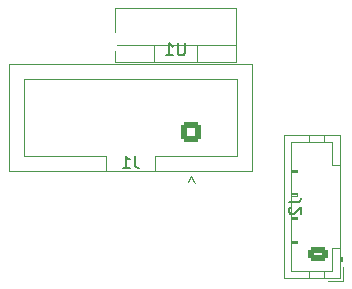
<source format=gbo>
G04 #@! TF.GenerationSoftware,KiCad,Pcbnew,8.0.0*
G04 #@! TF.CreationDate,2025-07-24T19:15:38+01:00*
G04 #@! TF.ProjectId,MidiToCvLogic,4d696469-546f-4437-964c-6f6769632e6b,1.0*
G04 #@! TF.SameCoordinates,Original*
G04 #@! TF.FileFunction,Legend,Bot*
G04 #@! TF.FilePolarity,Positive*
%FSLAX46Y46*%
G04 Gerber Fmt 4.6, Leading zero omitted, Abs format (unit mm)*
G04 Created by KiCad (PCBNEW 8.0.0) date 2025-07-24 19:15:38*
%MOMM*%
%LPD*%
G01*
G04 APERTURE LIST*
G04 Aperture macros list*
%AMRoundRect*
0 Rectangle with rounded corners*
0 $1 Rounding radius*
0 $2 $3 $4 $5 $6 $7 $8 $9 X,Y pos of 4 corners*
0 Add a 4 corners polygon primitive as box body*
4,1,4,$2,$3,$4,$5,$6,$7,$8,$9,$2,$3,0*
0 Add four circle primitives for the rounded corners*
1,1,$1+$1,$2,$3*
1,1,$1+$1,$4,$5*
1,1,$1+$1,$6,$7*
1,1,$1+$1,$8,$9*
0 Add four rect primitives between the rounded corners*
20,1,$1+$1,$2,$3,$4,$5,0*
20,1,$1+$1,$4,$5,$6,$7,0*
20,1,$1+$1,$6,$7,$8,$9,0*
20,1,$1+$1,$8,$9,$2,$3,0*%
G04 Aperture macros list end*
%ADD10C,0.150000*%
%ADD11C,0.120000*%
%ADD12C,1.600000*%
%ADD13O,1.600000X1.600000*%
%ADD14R,1.600000X1.600000*%
%ADD15R,1.700000X1.700000*%
%ADD16O,1.700000X1.700000*%
%ADD17R,1.500000X1.050000*%
%ADD18O,1.500000X1.050000*%
%ADD19C,1.500000*%
%ADD20R,1.905000X2.000000*%
%ADD21O,1.905000X2.000000*%
%ADD22RoundRect,0.250000X0.625000X-0.350000X0.625000X0.350000X-0.625000X0.350000X-0.625000X-0.350000X0*%
%ADD23O,1.750000X1.200000*%
%ADD24RoundRect,0.250000X0.600000X-0.600000X0.600000X0.600000X-0.600000X0.600000X-0.600000X-0.600000X0*%
%ADD25C,1.700000*%
G04 APERTURE END LIST*
D10*
X53466904Y-74384819D02*
X53466904Y-75194342D01*
X53466904Y-75194342D02*
X53419285Y-75289580D01*
X53419285Y-75289580D02*
X53371666Y-75337200D01*
X53371666Y-75337200D02*
X53276428Y-75384819D01*
X53276428Y-75384819D02*
X53085952Y-75384819D01*
X53085952Y-75384819D02*
X52990714Y-75337200D01*
X52990714Y-75337200D02*
X52943095Y-75289580D01*
X52943095Y-75289580D02*
X52895476Y-75194342D01*
X52895476Y-75194342D02*
X52895476Y-74384819D01*
X51895476Y-75384819D02*
X52466904Y-75384819D01*
X52181190Y-75384819D02*
X52181190Y-74384819D01*
X52181190Y-74384819D02*
X52276428Y-74527676D01*
X52276428Y-74527676D02*
X52371666Y-74622914D01*
X52371666Y-74622914D02*
X52466904Y-74670533D01*
X62319819Y-87836666D02*
X63034104Y-87836666D01*
X63034104Y-87836666D02*
X63176961Y-87789047D01*
X63176961Y-87789047D02*
X63272200Y-87693809D01*
X63272200Y-87693809D02*
X63319819Y-87550952D01*
X63319819Y-87550952D02*
X63319819Y-87455714D01*
X62415057Y-88265238D02*
X62367438Y-88312857D01*
X62367438Y-88312857D02*
X62319819Y-88408095D01*
X62319819Y-88408095D02*
X62319819Y-88646190D01*
X62319819Y-88646190D02*
X62367438Y-88741428D01*
X62367438Y-88741428D02*
X62415057Y-88789047D01*
X62415057Y-88789047D02*
X62510295Y-88836666D01*
X62510295Y-88836666D02*
X62605533Y-88836666D01*
X62605533Y-88836666D02*
X62748390Y-88789047D01*
X62748390Y-88789047D02*
X63319819Y-88217619D01*
X63319819Y-88217619D02*
X63319819Y-88836666D01*
X49228333Y-83909819D02*
X49228333Y-84624104D01*
X49228333Y-84624104D02*
X49275952Y-84766961D01*
X49275952Y-84766961D02*
X49371190Y-84862200D01*
X49371190Y-84862200D02*
X49514047Y-84909819D01*
X49514047Y-84909819D02*
X49609285Y-84909819D01*
X48228333Y-84909819D02*
X48799761Y-84909819D01*
X48514047Y-84909819D02*
X48514047Y-83909819D01*
X48514047Y-83909819D02*
X48609285Y-84052676D01*
X48609285Y-84052676D02*
X48704523Y-84147914D01*
X48704523Y-84147914D02*
X48799761Y-84195533D01*
D11*
X47585000Y-71344000D02*
X47585000Y-75985000D01*
X50855000Y-74475000D02*
X50855000Y-75985000D01*
X54556000Y-74475000D02*
X54556000Y-75985000D01*
X57825000Y-71344000D02*
X47585000Y-71344000D01*
X57825000Y-71344000D02*
X57825000Y-75985000D01*
X57825000Y-74475000D02*
X47585000Y-74475000D01*
X57825000Y-75985000D02*
X47585000Y-75985000D01*
X61860000Y-82110000D02*
X61860000Y-94230000D01*
X61860000Y-94230000D02*
X66580000Y-94230000D01*
X62470000Y-82720000D02*
X62470000Y-93620000D01*
X62470000Y-85070000D02*
X62970000Y-85070000D01*
X62470000Y-87070000D02*
X62970000Y-87070000D01*
X62470000Y-89070000D02*
X62970000Y-89070000D01*
X62470000Y-91070000D02*
X62970000Y-91070000D01*
X62470000Y-93620000D02*
X65970000Y-93620000D01*
X62970000Y-85070000D02*
X62970000Y-85270000D01*
X62970000Y-85170000D02*
X62470000Y-85170000D01*
X62970000Y-85270000D02*
X62470000Y-85270000D01*
X62970000Y-87070000D02*
X62970000Y-87270000D01*
X62970000Y-87170000D02*
X62470000Y-87170000D01*
X62970000Y-87270000D02*
X62470000Y-87270000D01*
X62970000Y-89070000D02*
X62970000Y-89270000D01*
X62970000Y-89170000D02*
X62470000Y-89170000D01*
X62970000Y-89270000D02*
X62470000Y-89270000D01*
X62970000Y-91070000D02*
X62970000Y-91270000D01*
X62970000Y-91170000D02*
X62470000Y-91170000D01*
X62970000Y-91270000D02*
X62470000Y-91270000D01*
X63970000Y-82720000D02*
X63970000Y-82110000D01*
X63970000Y-93620000D02*
X63970000Y-94230000D01*
X65270000Y-82720000D02*
X65270000Y-82110000D01*
X65270000Y-93620000D02*
X65270000Y-94230000D01*
X65630000Y-94530000D02*
X66880000Y-94530000D01*
X65970000Y-82720000D02*
X62470000Y-82720000D01*
X65970000Y-84670000D02*
X65970000Y-82720000D01*
X65970000Y-91670000D02*
X66580000Y-91670000D01*
X65970000Y-93620000D02*
X65970000Y-91670000D01*
X66580000Y-82110000D02*
X61860000Y-82110000D01*
X66580000Y-84670000D02*
X65970000Y-84670000D01*
X66580000Y-92770000D02*
X66780000Y-92770000D01*
X66580000Y-94230000D02*
X66580000Y-82110000D01*
X66680000Y-92770000D02*
X66680000Y-92470000D01*
X66780000Y-92470000D02*
X66580000Y-92470000D01*
X66780000Y-92770000D02*
X66780000Y-92470000D01*
X66880000Y-94530000D02*
X66880000Y-93280000D01*
X38605000Y-76085000D02*
X59185000Y-76085000D01*
X38605000Y-85205000D02*
X38605000Y-76085000D01*
X39905000Y-77395000D02*
X57885000Y-77395000D01*
X39905000Y-83895000D02*
X39905000Y-77395000D01*
X46845000Y-83895000D02*
X39905000Y-83895000D01*
X46845000Y-83895000D02*
X46845000Y-83895000D01*
X46845000Y-85205000D02*
X46845000Y-83895000D01*
X50945000Y-83895000D02*
X50945000Y-85205000D01*
X53475000Y-86595000D02*
X54475000Y-86595000D01*
X53975000Y-85595000D02*
X53475000Y-86595000D01*
X54475000Y-86595000D02*
X53975000Y-85595000D01*
X57885000Y-77395000D02*
X57885000Y-83895000D01*
X57885000Y-83895000D02*
X50945000Y-83895000D01*
X59185000Y-76085000D02*
X59185000Y-85205000D01*
X59185000Y-85205000D02*
X38605000Y-85205000D01*
%LPC*%
D12*
X60365000Y-77470000D03*
X65365000Y-77470000D03*
X62865000Y-135890000D03*
D13*
X62865000Y-128270000D03*
D12*
X50165000Y-105410000D03*
D13*
X50165000Y-97790000D03*
D12*
X50165000Y-61000000D03*
X50165000Y-63500000D03*
X45085000Y-115570000D03*
D13*
X45085000Y-107950000D03*
D14*
X39380000Y-36205000D03*
D13*
X39380000Y-38745000D03*
X39380000Y-41285000D03*
X39380000Y-43825000D03*
X47000000Y-43825000D03*
X47000000Y-41285000D03*
X47000000Y-38745000D03*
X47000000Y-36205000D03*
D14*
X46970000Y-56535000D03*
D13*
X46970000Y-53995000D03*
X46970000Y-51455000D03*
X46970000Y-48915000D03*
X39350000Y-48915000D03*
X39350000Y-51455000D03*
X39350000Y-53995000D03*
X39350000Y-56535000D03*
D15*
X43815000Y-33020000D03*
D16*
X46355000Y-33020000D03*
X48895000Y-33020000D03*
X51435000Y-33020000D03*
X53975000Y-33020000D03*
X56515000Y-33020000D03*
X59055000Y-33020000D03*
X61595000Y-33020000D03*
D12*
X54610000Y-46355000D03*
D13*
X54610000Y-53975000D03*
D12*
X62865000Y-105410000D03*
D13*
X62865000Y-97790000D03*
D12*
X50165000Y-68580000D03*
X50165000Y-66080000D03*
X60325000Y-97790000D03*
D13*
X60325000Y-105410000D03*
D14*
X41275000Y-94615000D03*
D13*
X43815000Y-94615000D03*
X46355000Y-94615000D03*
X48895000Y-94615000D03*
X51435000Y-94615000D03*
X53975000Y-94615000D03*
X56515000Y-94615000D03*
X56515000Y-86995000D03*
X53975000Y-86995000D03*
X51435000Y-86995000D03*
X48895000Y-86995000D03*
X46355000Y-86995000D03*
X43815000Y-86995000D03*
X41275000Y-86995000D03*
D12*
X52705000Y-107950000D03*
D13*
X52705000Y-115570000D03*
D12*
X50165000Y-115570000D03*
D13*
X50165000Y-107950000D03*
D12*
X42545000Y-107950000D03*
D13*
X42545000Y-115570000D03*
D12*
X45085000Y-105410000D03*
D13*
X45085000Y-97790000D03*
D12*
X59690000Y-88305000D03*
X59690000Y-93305000D03*
X52705000Y-128270000D03*
D13*
X52705000Y-135890000D03*
D12*
X50205000Y-57150000D03*
X55205000Y-57150000D03*
X62865000Y-115570000D03*
D13*
X62865000Y-107950000D03*
D12*
X47625000Y-118110000D03*
D13*
X47625000Y-125730000D03*
D17*
X56515000Y-133350000D03*
D18*
X56515000Y-132080000D03*
X56515000Y-130810000D03*
D14*
X46990000Y-46355000D03*
D13*
X39370000Y-46355000D03*
D19*
X53975000Y-67310000D03*
X53975000Y-62430000D03*
D12*
X47625000Y-107950000D03*
D13*
X47625000Y-115570000D03*
D12*
X40680000Y-71755000D03*
X45680000Y-71755000D03*
D17*
X56515000Y-113030000D03*
D18*
X56515000Y-111760000D03*
X56515000Y-110490000D03*
D12*
X60325000Y-107950000D03*
D13*
X60325000Y-115570000D03*
D12*
X60365000Y-74295000D03*
X65365000Y-74295000D03*
X42545000Y-128270000D03*
D13*
X42545000Y-135890000D03*
D15*
X61595000Y-139700000D03*
D16*
X59055000Y-139700000D03*
X56515000Y-139700000D03*
X53975000Y-139700000D03*
X51435000Y-139700000D03*
X48895000Y-139700000D03*
X46355000Y-139700000D03*
X43815000Y-139700000D03*
D14*
X58420000Y-36299657D03*
D13*
X58420000Y-38839657D03*
X58420000Y-41379657D03*
X58420000Y-43919657D03*
X58420000Y-46459657D03*
X58420000Y-48999657D03*
X58420000Y-51539657D03*
X58420000Y-54079657D03*
X58420000Y-56619657D03*
X58420000Y-59159657D03*
X58420000Y-61699657D03*
X58420000Y-64239657D03*
X58420000Y-66779657D03*
X58420000Y-69319657D03*
X66040000Y-69319657D03*
X66040000Y-66779657D03*
X66040000Y-64239657D03*
X66040000Y-61699657D03*
X66040000Y-59159657D03*
X66040000Y-56619657D03*
X66040000Y-54079657D03*
X66040000Y-51539657D03*
X66040000Y-48999657D03*
X66040000Y-46459657D03*
X66040000Y-43919657D03*
X66040000Y-41379657D03*
X66040000Y-38839657D03*
X66040000Y-36299657D03*
D14*
X46990000Y-69190343D03*
D13*
X46990000Y-66650343D03*
X46990000Y-64110343D03*
X46990000Y-61570343D03*
X39370000Y-61570343D03*
X39370000Y-64110343D03*
X39370000Y-66650343D03*
X39370000Y-69190343D03*
D12*
X47625000Y-97790000D03*
D13*
X47625000Y-105410000D03*
D12*
X60325000Y-118110000D03*
D13*
X60325000Y-125730000D03*
D12*
X50800000Y-43815000D03*
D13*
X50800000Y-36195000D03*
D12*
X42545000Y-118110000D03*
D13*
X42545000Y-125730000D03*
D17*
X56515000Y-123190000D03*
D18*
X56515000Y-121920000D03*
X56515000Y-120650000D03*
D12*
X47625000Y-128270000D03*
D13*
X47625000Y-135890000D03*
D14*
X46990000Y-74295000D03*
D13*
X39370000Y-74295000D03*
D12*
X60325000Y-128270000D03*
D13*
X60325000Y-135890000D03*
D17*
X56515000Y-102870000D03*
D18*
X56515000Y-101600000D03*
X56515000Y-100330000D03*
D12*
X54610000Y-36195000D03*
D13*
X54610000Y-43815000D03*
D12*
X45085000Y-135890000D03*
D13*
X45085000Y-128270000D03*
D12*
X40680000Y-59055000D03*
X45680000Y-59055000D03*
X42545000Y-97790000D03*
D13*
X42545000Y-105410000D03*
D12*
X45085000Y-125730000D03*
D13*
X45085000Y-118110000D03*
D12*
X52705000Y-118110000D03*
D13*
X52705000Y-125730000D03*
D12*
X50165000Y-125730000D03*
D13*
X50165000Y-118110000D03*
D12*
X52705000Y-97790000D03*
D13*
X52705000Y-105410000D03*
D12*
X50800000Y-46355000D03*
D13*
X50800000Y-53975000D03*
D12*
X50165000Y-135890000D03*
D13*
X50165000Y-128270000D03*
D12*
X62865000Y-125730000D03*
D13*
X62865000Y-118110000D03*
D20*
X50165000Y-72715000D03*
D21*
X52705000Y-72715000D03*
X55245000Y-72715000D03*
D22*
X64770000Y-92170000D03*
D23*
X64770000Y-90170000D03*
X64770000Y-88170000D03*
X64770000Y-86170000D03*
X64770000Y-84170000D03*
D24*
X53975000Y-81915000D03*
D25*
X53975000Y-79375000D03*
X51435000Y-81915000D03*
X51435000Y-79375000D03*
X48895000Y-81915000D03*
X48895000Y-79375000D03*
X46355000Y-81915000D03*
X46355000Y-79375000D03*
X43815000Y-81915000D03*
X43815000Y-79375000D03*
%LPD*%
M02*

</source>
